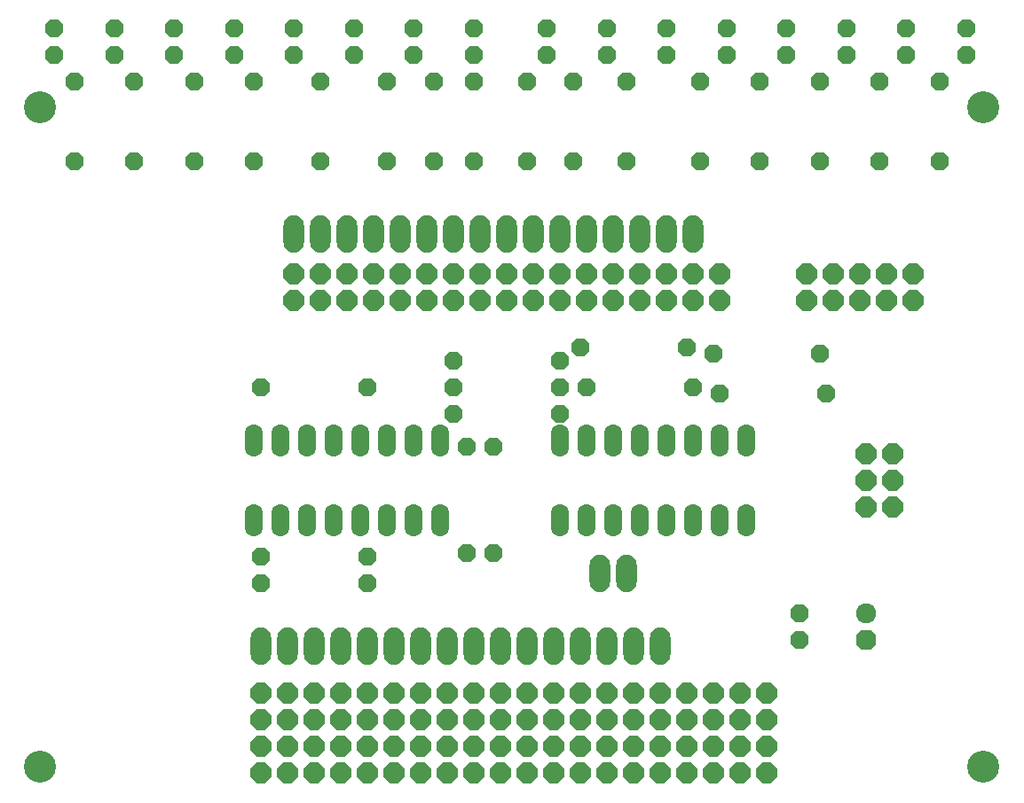
<source format=gbr>
G75*
G70*
%OFA0B0*%
%FSLAX24Y24*%
%IPPOS*%
%LPD*%
%AMOC8*
5,1,8,0,0,1.08239X$1,22.5*
%
%ADD10C,0.1200*%
%ADD11O,0.0672X0.1232*%
%ADD12OC8,0.0768*%
%ADD13O,0.0768X0.1408*%
%ADD14OC8,0.0672*%
%ADD15OC8,0.0756*%
%ADD16C,0.0756*%
D10*
X002120Y004307D03*
X002120Y029110D03*
X037553Y029110D03*
X037553Y004307D03*
D11*
X028651Y013588D03*
X027651Y013588D03*
X026651Y013588D03*
X025651Y013588D03*
X024651Y013588D03*
X023651Y013588D03*
X022651Y013588D03*
X021651Y013588D03*
X021651Y016588D03*
X022651Y016588D03*
X023651Y016588D03*
X024651Y016588D03*
X025651Y016588D03*
X026651Y016588D03*
X027651Y016588D03*
X028651Y016588D03*
X017151Y016588D03*
X016151Y016588D03*
X015151Y016588D03*
X014151Y016588D03*
X013151Y016588D03*
X012151Y016588D03*
X011151Y016588D03*
X010151Y016588D03*
X010151Y013588D03*
X011151Y013588D03*
X012151Y013588D03*
X013151Y013588D03*
X014151Y013588D03*
X015151Y013588D03*
X016151Y013588D03*
X017151Y013588D03*
D12*
X017401Y007088D03*
X016401Y007088D03*
X016401Y006088D03*
X017401Y006088D03*
X017401Y005088D03*
X016401Y005088D03*
X016401Y004088D03*
X017401Y004088D03*
X018401Y004088D03*
X019401Y004088D03*
X020401Y004088D03*
X021401Y004088D03*
X022401Y004088D03*
X023401Y004088D03*
X024401Y004088D03*
X025401Y004088D03*
X026401Y004088D03*
X027401Y004088D03*
X028401Y004088D03*
X029401Y004088D03*
X029401Y005088D03*
X028401Y005088D03*
X027401Y005088D03*
X026401Y005088D03*
X025401Y005088D03*
X024401Y005088D03*
X023401Y005088D03*
X022401Y005088D03*
X021401Y005088D03*
X020401Y005088D03*
X019401Y005088D03*
X018401Y005088D03*
X018401Y006088D03*
X019401Y006088D03*
X020401Y006088D03*
X021401Y006088D03*
X022401Y006088D03*
X023401Y006088D03*
X024401Y006088D03*
X025401Y006088D03*
X026401Y006088D03*
X027401Y006088D03*
X028401Y006088D03*
X029401Y006088D03*
X029401Y007088D03*
X028401Y007088D03*
X027401Y007088D03*
X026401Y007088D03*
X025401Y007088D03*
X024401Y007088D03*
X023401Y007088D03*
X022401Y007088D03*
X021401Y007088D03*
X020401Y007088D03*
X019401Y007088D03*
X018401Y007088D03*
X015401Y007088D03*
X014401Y007088D03*
X014401Y006088D03*
X015401Y006088D03*
X015401Y005088D03*
X014401Y005088D03*
X014401Y004088D03*
X015401Y004088D03*
X013401Y004088D03*
X012401Y004088D03*
X011401Y004088D03*
X010401Y004088D03*
X010401Y005088D03*
X011401Y005088D03*
X012401Y005088D03*
X013401Y005088D03*
X013401Y006088D03*
X012401Y006088D03*
X011401Y006088D03*
X010401Y006088D03*
X010401Y007088D03*
X011401Y007088D03*
X012401Y007088D03*
X013401Y007088D03*
X013651Y021838D03*
X014651Y021838D03*
X015651Y021838D03*
X016651Y021838D03*
X017651Y021838D03*
X018651Y021838D03*
X019651Y021838D03*
X020651Y021838D03*
X021651Y021838D03*
X022651Y021838D03*
X023651Y021838D03*
X024651Y021838D03*
X025651Y021838D03*
X026651Y021838D03*
X027651Y021838D03*
X027651Y022838D03*
X026651Y022838D03*
X025651Y022838D03*
X024651Y022838D03*
X023651Y022838D03*
X022651Y022838D03*
X021651Y022838D03*
X020651Y022838D03*
X019651Y022838D03*
X018651Y022838D03*
X017651Y022838D03*
X016651Y022838D03*
X015651Y022838D03*
X014651Y022838D03*
X013651Y022838D03*
X012651Y022838D03*
X011651Y022838D03*
X011651Y021838D03*
X012651Y021838D03*
X030901Y021838D03*
X031901Y021838D03*
X032901Y021838D03*
X033901Y021838D03*
X034901Y021838D03*
X034901Y022838D03*
X033901Y022838D03*
X032901Y022838D03*
X031901Y022838D03*
X030901Y022838D03*
X033151Y016088D03*
X033151Y015088D03*
X033151Y014088D03*
X034151Y014088D03*
X034151Y015088D03*
X034151Y016088D03*
D13*
X025401Y008838D03*
X024401Y008838D03*
X023401Y008838D03*
X022401Y008838D03*
X021401Y008838D03*
X020401Y008838D03*
X019401Y008838D03*
X018401Y008838D03*
X017401Y008838D03*
X016401Y008838D03*
X015401Y008838D03*
X014401Y008838D03*
X013401Y008838D03*
X012401Y008838D03*
X011401Y008838D03*
X010401Y008838D03*
X023151Y011588D03*
X024151Y011588D03*
X023651Y024338D03*
X022651Y024338D03*
X021651Y024338D03*
X020651Y024338D03*
X019651Y024338D03*
X018651Y024338D03*
X017651Y024338D03*
X016651Y024338D03*
X015651Y024338D03*
X014651Y024338D03*
X013651Y024338D03*
X012651Y024338D03*
X011651Y024338D03*
X024651Y024338D03*
X025651Y024338D03*
X026651Y024338D03*
D14*
X026901Y027088D03*
X029151Y027088D03*
X031401Y027088D03*
X033651Y027088D03*
X035901Y027088D03*
X035901Y030088D03*
X036901Y031088D03*
X036901Y032088D03*
X034651Y032088D03*
X034651Y031088D03*
X033651Y030088D03*
X032401Y031088D03*
X032401Y032088D03*
X031401Y030088D03*
X030151Y031088D03*
X030151Y032088D03*
X029151Y030088D03*
X027901Y031088D03*
X027901Y032088D03*
X026901Y030088D03*
X025651Y031088D03*
X025651Y032088D03*
X024151Y030088D03*
X023401Y031088D03*
X023401Y032088D03*
X021151Y032088D03*
X021151Y031088D03*
X020401Y030088D03*
X022151Y030088D03*
X022151Y027088D03*
X020401Y027088D03*
X018401Y027088D03*
X016901Y027088D03*
X015151Y027088D03*
X012651Y027088D03*
X010151Y027088D03*
X007901Y027088D03*
X005651Y027088D03*
X003401Y027088D03*
X003401Y030088D03*
X002651Y031088D03*
X002651Y032088D03*
X004901Y032088D03*
X004901Y031088D03*
X005651Y030088D03*
X007151Y031088D03*
X007151Y032088D03*
X007901Y030088D03*
X009401Y031088D03*
X009401Y032088D03*
X010151Y030088D03*
X011651Y031088D03*
X011651Y032088D03*
X012651Y030088D03*
X013901Y031088D03*
X013901Y032088D03*
X016151Y032088D03*
X016151Y031088D03*
X016901Y030088D03*
X018401Y030088D03*
X018401Y031088D03*
X018401Y032088D03*
X015151Y030088D03*
X024151Y027088D03*
X022401Y020088D03*
X021651Y019588D03*
X021651Y018588D03*
X021651Y017588D03*
X022651Y018588D03*
X026401Y020088D03*
X027401Y019838D03*
X026651Y018588D03*
X027651Y018338D03*
X031651Y018338D03*
X031401Y019838D03*
X030651Y010088D03*
X030651Y009088D03*
X019151Y012338D03*
X018151Y012338D03*
X014401Y012213D03*
X014401Y011213D03*
X010401Y011213D03*
X010401Y012213D03*
X010401Y018588D03*
X014401Y018588D03*
X017651Y018588D03*
X017651Y017588D03*
X018151Y016338D03*
X019151Y016338D03*
X017651Y019588D03*
D15*
X033151Y009088D03*
D16*
X033151Y010088D03*
M02*

</source>
